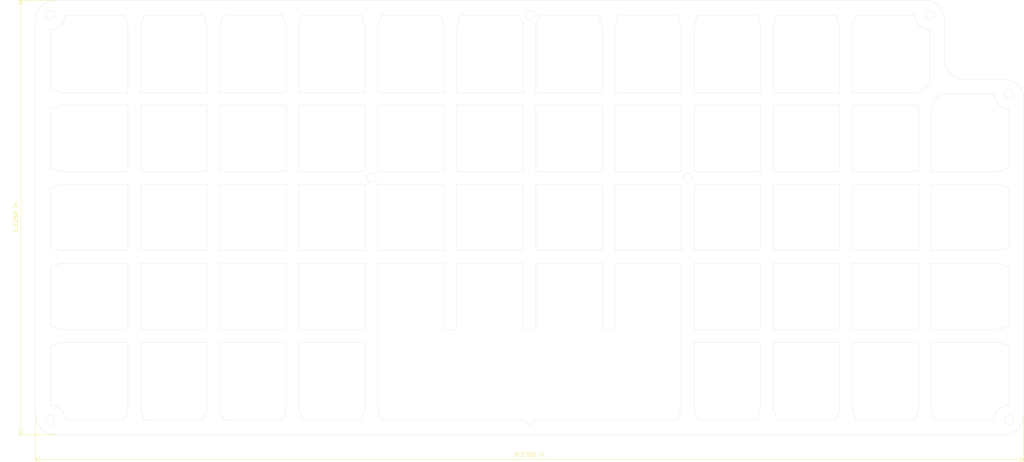
<source format=kicad_pcb>
(kicad_pcb (version 20171130) (host pcbnew "(5.1.5)-3")

  (general
    (thickness 1.6)
    (drawings 307)
    (tracks 0)
    (zones 0)
    (modules 0)
    (nets 1)
  )

  (page A4)
  (layers
    (0 F.Cu signal)
    (31 B.Cu signal)
    (32 B.Adhes user hide)
    (33 F.Adhes user hide)
    (34 B.Paste user hide)
    (35 F.Paste user hide)
    (36 B.SilkS user)
    (37 F.SilkS user)
    (38 B.Mask user)
    (39 F.Mask user)
    (40 Dwgs.User user hide)
    (41 Cmts.User user hide)
    (42 Eco1.User user hide)
    (43 Eco2.User user hide)
    (44 Edge.Cuts user)
    (45 Margin user hide)
    (46 B.CrtYd user hide)
    (47 F.CrtYd user hide)
    (48 B.Fab user hide)
    (49 F.Fab user hide)
  )

  (setup
    (last_trace_width 0.35)
    (trace_clearance 0.2)
    (zone_clearance 0.508)
    (zone_45_only no)
    (trace_min 0.2)
    (via_size 0.8)
    (via_drill 0.4)
    (via_min_size 0.4)
    (via_min_drill 0.3)
    (uvia_size 0.3)
    (uvia_drill 0.1)
    (uvias_allowed no)
    (uvia_min_size 0.2)
    (uvia_min_drill 0.1)
    (edge_width 0.05)
    (segment_width 0.2)
    (pcb_text_width 0.3)
    (pcb_text_size 1.5 1.5)
    (mod_edge_width 0.12)
    (mod_text_size 1 1)
    (mod_text_width 0.15)
    (pad_size 1.524 1.524)
    (pad_drill 0.762)
    (pad_to_mask_clearance 0.051)
    (solder_mask_min_width 0.25)
    (aux_axis_origin 0 0)
    (grid_origin 37.654355 130.048495)
    (visible_elements 7FFFF77F)
    (pcbplotparams
      (layerselection 0x01000_7ffffffe)
      (usegerberextensions true)
      (usegerberattributes false)
      (usegerberadvancedattributes false)
      (creategerberjobfile false)
      (excludeedgelayer true)
      (linewidth 0.100000)
      (plotframeref false)
      (viasonmask false)
      (mode 1)
      (useauxorigin false)
      (hpglpennumber 1)
      (hpglpenspeed 20)
      (hpglpendiameter 15.000000)
      (psnegative false)
      (psa4output false)
      (plotreference false)
      (plotvalue false)
      (plotinvisibletext false)
      (padsonsilk false)
      (subtractmaskfromsilk false)
      (outputformat 3)
      (mirror false)
      (drillshape 0)
      (scaleselection 1)
      (outputdirectory "dxf/"))
  )

  (net 0 "")

  (net_class Default "This is the default net class."
    (clearance 0.2)
    (trace_width 0.35)
    (via_dia 0.8)
    (via_drill 0.4)
    (uvia_dia 0.3)
    (uvia_drill 0.1)
    (diff_pair_width 0.35)
    (diff_pair_gap 0.25)
  )

  (dimension 238.125 (width 0.12) (layer F.SilkS)
    (gr_text "238.125 mm" (at 153.14498 140.843535) (layer F.SilkS)
      (effects (font (size 1 1) (thickness 0.15)))
    )
    (feature1 (pts (xy 272.20748 128.85787) (xy 272.20748 140.159956)))
    (feature2 (pts (xy 34.08248 128.85787) (xy 34.08248 140.159956)))
    (crossbar (pts (xy 34.08248 139.573535) (xy 272.20748 139.573535)))
    (arrow1a (pts (xy 272.20748 139.573535) (xy 271.080976 140.159956)))
    (arrow1b (pts (xy 272.20748 139.573535) (xy 271.080976 138.987114)))
    (arrow2a (pts (xy 34.08248 139.573535) (xy 35.208984 140.159956)))
    (arrow2b (pts (xy 34.08248 139.573535) (xy 35.208984 138.987114)))
  )
  (dimension 104.775 (width 0.12) (layer F.SilkS)
    (gr_text "104.775 mm" (at 29.240575 81.23287 270) (layer F.SilkS)
      (effects (font (size 1 1) (thickness 0.15)))
    )
    (feature1 (pts (xy 38.84498 133.62037) (xy 29.924154 133.62037)))
    (feature2 (pts (xy 38.84498 28.84537) (xy 29.924154 28.84537)))
    (crossbar (pts (xy 30.510575 28.84537) (xy 30.510575 133.62037)))
    (arrow1a (pts (xy 30.510575 133.62037) (xy 29.924154 132.493866)))
    (arrow1b (pts (xy 30.510575 133.62037) (xy 31.096996 132.493866)))
    (arrow2a (pts (xy 30.510575 28.84537) (xy 29.924154 29.971874)))
    (arrow2b (pts (xy 30.510575 28.84537) (xy 31.096996 29.971874)))
  )
  (gr_line (start 40.36998 51.13287) (end 56.36998 51.13287) (layer Edge.Cuts) (width 0.05) (tstamp 5FE13177))
  (gr_line (start 56.36998 54.18287) (end 40.36998 54.18287) (layer Edge.Cuts) (width 0.05) (tstamp 5FE13171))
  (gr_line (start 56.36998 92.28287) (end 40.36998 92.28287) (layer Edge.Cuts) (width 0.05) (tstamp 5FE13173))
  (gr_line (start 40.36998 89.23287) (end 56.36998 89.23287) (layer Edge.Cuts) (width 0.05) (tstamp 5FE13169))
  (gr_line (start 40.36998 108.28287) (end 56.36998 108.28287) (layer Edge.Cuts) (width 0.05) (tstamp 5FE13164))
  (gr_line (start 56.36998 111.33287) (end 40.36998 111.33287) (layer Edge.Cuts) (width 0.05) (tstamp 5FE13172))
  (gr_line (start 75.41998 54.18287) (end 59.41998 54.18287) (layer Edge.Cuts) (width 0.05) (tstamp 5FE13163))
  (gr_line (start 59.41998 51.13287) (end 75.41998 51.13287) (layer Edge.Cuts) (width 0.05) (tstamp 5FE13165))
  (gr_line (start 78.46998 51.13287) (end 94.46998 51.13287) (layer Edge.Cuts) (width 0.05) (tstamp 5FE1317A))
  (gr_line (start 94.46998 54.18287) (end 78.46998 54.18287) (layer Edge.Cuts) (width 0.05) (tstamp 5FE13185))
  (gr_line (start 113.51998 54.18287) (end 97.51998 54.18287) (layer Edge.Cuts) (width 0.05) (tstamp 5FE13189))
  (gr_line (start 97.51998 51.13287) (end 113.51998 51.13287) (layer Edge.Cuts) (width 0.05) (tstamp 5FE1317B))
  (gr_line (start 116.56998 51.13287) (end 132.56998 51.13287) (layer Edge.Cuts) (width 0.05) (tstamp 5FE130F9))
  (gr_line (start 132.56998 54.18287) (end 116.56998 54.18287) (layer Edge.Cuts) (width 0.05) (tstamp 5FE130FA))
  (gr_line (start 151.61998 54.18287) (end 135.61998 54.18287) (layer Edge.Cuts) (width 0.05) (tstamp 5FE13120))
  (gr_line (start 135.61998 51.13287) (end 151.61998 51.13287) (layer Edge.Cuts) (width 0.05) (tstamp 5FE13127))
  (gr_line (start 154.66998 51.13287) (end 170.66998 51.13287) (layer Edge.Cuts) (width 0.05) (tstamp 5FE13100))
  (gr_line (start 170.66998 54.18287) (end 154.66998 54.18287) (layer Edge.Cuts) (width 0.05) (tstamp 5FE1310F))
  (gr_line (start 173.71998 51.13287) (end 189.71998 51.13287) (layer Edge.Cuts) (width 0.05) (tstamp 5FE13121))
  (gr_line (start 189.71998 54.18287) (end 173.71998 54.18287) (layer Edge.Cuts) (width 0.05) (tstamp 5FE13113))
  (gr_line (start 189.71998 92.28287) (end 173.71998 92.28287) (layer Edge.Cuts) (width 0.05) (tstamp 5FE1311F))
  (gr_line (start 173.71998 89.23287) (end 189.71998 89.23287) (layer Edge.Cuts) (width 0.05) (tstamp 5FE1311E))
  (gr_line (start 154.66998 89.23287) (end 170.66998 89.23287) (layer Edge.Cuts) (width 0.05) (tstamp 5FE13109))
  (gr_line (start 170.66998 92.28287) (end 154.66998 92.28287) (layer Edge.Cuts) (width 0.05) (tstamp 5FE1310E))
  (gr_line (start 135.61998 89.23287) (end 151.61998 89.23287) (layer Edge.Cuts) (width 0.05) (tstamp 5FE130FC))
  (gr_line (start 151.61998 92.28287) (end 135.61998 92.28287) (layer Edge.Cuts) (width 0.05) (tstamp 5FE13107))
  (gr_line (start 132.56998 92.28287) (end 116.56998 92.28287) (layer Edge.Cuts) (width 0.05) (tstamp 5FE130FF))
  (gr_line (start 116.56998 89.23287) (end 132.56998 89.23287) (layer Edge.Cuts) (width 0.05) (tstamp 5FE13112))
  (gr_line (start 97.51998 89.23287) (end 113.51998 89.23287) (layer Edge.Cuts) (width 0.05) (tstamp 5FE1318B))
  (gr_line (start 113.51998 92.28287) (end 97.51998 92.28287) (layer Edge.Cuts) (width 0.05) (tstamp 5FE130D8))
  (gr_line (start 97.51998 108.28287) (end 113.51998 108.28287) (layer Edge.Cuts) (width 0.05) (tstamp 5FE130DB))
  (gr_line (start 113.51998 111.33287) (end 97.51998 111.33287) (layer Edge.Cuts) (width 0.05) (tstamp 5FE13197))
  (gr_line (start 78.46998 89.23287) (end 94.46998 89.23287) (layer Edge.Cuts) (width 0.05) (tstamp 5FE13168))
  (gr_line (start 94.46998 92.28287) (end 78.46998 92.28287) (layer Edge.Cuts) (width 0.05) (tstamp 5FE13183))
  (gr_line (start 94.46998 111.33287) (end 78.46998 111.33287) (layer Edge.Cuts) (width 0.05) (tstamp 5FE1318C))
  (gr_line (start 78.46998 108.28287) (end 94.46998 108.28287) (layer Edge.Cuts) (width 0.05) (tstamp 5FE13195))
  (gr_line (start 75.41998 92.28287) (end 59.41998 92.28287) (layer Edge.Cuts) (width 0.05) (tstamp 5FE13190))
  (gr_line (start 59.41998 89.23287) (end 75.41998 89.23287) (layer Edge.Cuts) (width 0.05) (tstamp 5FE13166))
  (gr_line (start 59.41998 108.28287) (end 75.41998 108.28287) (layer Edge.Cuts) (width 0.05) (tstamp 5FE1318F))
  (gr_line (start 75.41998 111.33287) (end 59.41998 111.33287) (layer Edge.Cuts) (width 0.05) (tstamp 5FE1316D))
  (gr_line (start 192.76998 89.23287) (end 208.76998 89.23287) (layer Edge.Cuts) (width 0.05) (tstamp 5FE1314E))
  (gr_line (start 208.76998 92.28287) (end 192.76998 92.28287) (layer Edge.Cuts) (width 0.05) (tstamp 5FE13135))
  (gr_line (start 192.76998 108.28287) (end 208.76998 108.28287) (layer Edge.Cuts) (width 0.05) (tstamp 5FE1313D))
  (gr_line (start 208.76998 111.33287) (end 192.76998 111.33287) (layer Edge.Cuts) (width 0.05) (tstamp 5FE130A9))
  (gr_line (start 246.86998 111.33287) (end 230.86998 111.33287) (layer Edge.Cuts) (width 0.05) (tstamp 5FE1308C))
  (gr_line (start 230.86998 89.23287) (end 246.86998 89.23287) (layer Edge.Cuts) (width 0.05) (tstamp 5FE1312D))
  (gr_line (start 246.86998 92.28287) (end 230.86998 92.28287) (layer Edge.Cuts) (width 0.05) (tstamp 5FE13142))
  (gr_line (start 230.86998 108.28287) (end 246.86998 108.28287) (layer Edge.Cuts) (width 0.05) (tstamp 5FE130F3))
  (gr_line (start 227.81998 111.33287) (end 211.81998 111.33287) (layer Edge.Cuts) (width 0.05) (tstamp 5FE13096))
  (gr_line (start 211.81998 89.23287) (end 227.81998 89.23287) (layer Edge.Cuts) (width 0.05) (tstamp 5FE13131))
  (gr_line (start 227.81998 92.28287) (end 211.81998 92.28287) (layer Edge.Cuts) (width 0.05) (tstamp 5FE130F1))
  (gr_line (start 211.81998 108.28287) (end 227.81998 108.28287) (layer Edge.Cuts) (width 0.05) (tstamp 5FE130F4))
  (gr_line (start 265.91998 111.33287) (end 249.91998 111.33287) (layer Edge.Cuts) (width 0.05) (tstamp 5FE1309B))
  (gr_line (start 249.91998 108.28287) (end 265.91998 108.28287) (layer Edge.Cuts) (width 0.05) (tstamp 5FE13137))
  (gr_line (start 265.91998 92.28287) (end 249.91998 92.28287) (layer Edge.Cuts) (width 0.05) (tstamp 5FE1313B))
  (gr_line (start 249.91998 89.23287) (end 265.91998 89.23287) (layer Edge.Cuts) (width 0.05) (tstamp 5FE130EF))
  (gr_line (start 246.86998 54.18287) (end 230.86998 54.18287) (layer Edge.Cuts) (width 0.05) (tstamp 5FE13146))
  (gr_line (start 230.86998 51.13287) (end 246.86998 51.13287) (layer Edge.Cuts) (width 0.05) (tstamp 5FE1313F))
  (gr_line (start 211.81998 51.13287) (end 227.81998 51.13287) (layer Edge.Cuts) (width 0.05) (tstamp 5FE13155))
  (gr_line (start 227.81998 54.18287) (end 211.81998 54.18287) (layer Edge.Cuts) (width 0.05) (tstamp 5FE1312C))
  (gr_line (start 208.76998 54.18287) (end 192.76998 54.18287) (layer Edge.Cuts) (width 0.05) (tstamp 5FE13152))
  (gr_line (start 192.76998 51.13287) (end 208.76998 51.13287) (layer Edge.Cuts) (width 0.05) (tstamp 5FE13156))
  (gr_line (start 211.81998 35.13287) (end 211.81998 51.13287) (layer Edge.Cuts) (width 0.05) (tstamp 5FE13150))
  (gr_line (start 211.81998 54.18287) (end 211.81998 70.18287) (layer Edge.Cuts) (width 0.05) (tstamp 5FE13144))
  (gr_line (start 211.81998 35.13287) (end 212.67623 32.417245) (layer Edge.Cuts) (width 0.05) (tstamp 5FE130B2))
  (gr_line (start 40.36998 70.18287) (end 56.36998 70.18287) (layer Edge.Cuts) (width 0.05) (tstamp 5FE1315E))
  (gr_line (start 56.36998 73.23287) (end 40.36998 73.23287) (layer Edge.Cuts) (width 0.05) (tstamp 5FE13178))
  (gr_line (start 75.41998 73.23287) (end 59.41998 73.23287) (layer Edge.Cuts) (width 0.05) (tstamp 5FE13162))
  (gr_line (start 59.41998 70.18287) (end 75.41998 70.18287) (layer Edge.Cuts) (width 0.05) (tstamp 5FE13174))
  (gr_line (start 94.46998 73.23287) (end 78.46998 73.23287) (layer Edge.Cuts) (width 0.05) (tstamp 5FE1316A))
  (gr_line (start 78.46998 70.18287) (end 94.46998 70.18287) (layer Edge.Cuts) (width 0.05) (tstamp 5FE1316C))
  (gr_line (start 113.51998 73.23287) (end 97.51998 73.23287) (layer Edge.Cuts) (width 0.05) (tstamp 5FE130E5))
  (gr_line (start 97.51998 70.18287) (end 113.51998 70.18287) (layer Edge.Cuts) (width 0.05) (tstamp 5FE13181))
  (gr_line (start 208.76998 73.23287) (end 192.76998 73.23287) (layer Edge.Cuts) (width 0.05) (tstamp 5FE1314C))
  (gr_line (start 192.76998 70.18287) (end 208.76998 70.18287) (layer Edge.Cuts) (width 0.05) (tstamp 5FE1314F))
  (gr_line (start 211.81998 70.18287) (end 227.81998 70.18287) (layer Edge.Cuts) (width 0.05) (tstamp 5FE13145))
  (gr_line (start 227.81998 73.23287) (end 211.81998 73.23287) (layer Edge.Cuts) (width 0.05) (tstamp 5FE13139))
  (gr_line (start 246.86998 73.23287) (end 230.86998 73.23287) (layer Edge.Cuts) (width 0.05) (tstamp 5FE1312E))
  (gr_line (start 230.86998 70.18287) (end 246.86998 70.18287) (layer Edge.Cuts) (width 0.05) (tstamp 5FE1313A))
  (gr_line (start 265.91998 73.23287) (end 249.91998 73.23287) (layer Edge.Cuts) (width 0.05) (tstamp 5FE1315A))
  (gr_line (start 249.91998 70.18287) (end 265.91998 70.18287) (layer Edge.Cuts) (width 0.05) (tstamp 5FE13159))
  (gr_line (start 173.71998 70.18287) (end 189.71998 70.18287) (layer Edge.Cuts) (width 0.05) (tstamp 5FE130F5))
  (gr_line (start 189.71998 73.23287) (end 173.71998 73.23287) (layer Edge.Cuts) (width 0.05) (tstamp 5FE13128))
  (gr_line (start 170.66998 73.23287) (end 154.66998 73.23287) (layer Edge.Cuts) (width 0.05) (tstamp 5FE130F7))
  (gr_line (start 154.66998 70.18287) (end 170.66998 70.18287) (layer Edge.Cuts) (width 0.05) (tstamp 5FE1310A))
  (gr_line (start 151.61998 73.23287) (end 135.61998 73.23287) (layer Edge.Cuts) (width 0.05) (tstamp 5FE13118))
  (gr_line (start 135.61998 70.18287) (end 151.61998 70.18287) (layer Edge.Cuts) (width 0.05) (tstamp 5FE13108))
  (gr_line (start 116.56998 70.18287) (end 132.56998 70.18287) (layer Edge.Cuts) (width 0.05) (tstamp 5FE1312A))
  (gr_line (start 132.56998 73.23287) (end 116.56998 73.23287) (layer Edge.Cuts) (width 0.05) (tstamp 5FE1310B))
  (gr_line (start 40.36998 54.18287) (end 37.654355 55.03912) (layer Edge.Cuts) (width 0.05) (tstamp 5FE13092))
  (gr_line (start 40.36998 51.13287) (end 37.654355 50.27662) (layer Edge.Cuts) (width 0.05) (tstamp 5FE130B9))
  (gr_line (start 116.56998 111.33287) (end 116.56998 108.28287) (layer Edge.Cuts) (width 0.05) (tstamp 60029D09))
  (gr_line (start 132.56998 108.28287) (end 135.61998 108.28287) (layer Edge.Cuts) (width 0.05) (tstamp 60029D0B))
  (gr_line (start 151.61998 108.28287) (end 154.66998 108.28287) (layer Edge.Cuts) (width 0.05) (tstamp 60029D0C))
  (gr_line (start 170.66998 108.28287) (end 173.71998 108.28287) (layer Edge.Cuts) (width 0.05) (tstamp 60029D0D))
  (gr_line (start 189.71998 111.33287) (end 189.71998 108.28287) (layer Edge.Cuts) (width 0.05) (tstamp 60029D0A))
  (gr_line (start 56.36998 127.33287) (end 56.36998 111.33287) (layer Edge.Cuts) (width 0.05) (tstamp 5FE1317D))
  (gr_line (start 59.41998 111.33287) (end 59.41998 127.33287) (layer Edge.Cuts) (width 0.05) (tstamp 5FE1315C))
  (gr_line (start 97.51998 111.33287) (end 97.51998 127.33287) (layer Edge.Cuts) (width 0.05) (tstamp 5FE13192))
  (gr_line (start 94.46998 127.33287) (end 94.46998 111.33287) (layer Edge.Cuts) (width 0.05) (tstamp 5FE13191))
  (gr_line (start 97.51998 92.28287) (end 97.51998 108.28287) (layer Edge.Cuts) (width 0.05) (tstamp 5FE130DA))
  (gr_line (start 94.46998 108.28287) (end 94.46998 92.28287) (layer Edge.Cuts) (width 0.05) (tstamp 5FE13194))
  (gr_line (start 59.41998 92.28287) (end 59.41998 108.28287) (layer Edge.Cuts) (width 0.05) (tstamp 5FE1318D))
  (gr_line (start 56.36998 108.28287) (end 56.36998 92.28287) (layer Edge.Cuts) (width 0.05) (tstamp 5FE1315B))
  (gr_line (start 59.41998 54.18287) (end 59.41998 70.18287) (layer Edge.Cuts) (width 0.05) (tstamp 5FE13184))
  (gr_line (start 56.36998 70.18287) (end 56.36998 54.18287) (layer Edge.Cuts) (width 0.05) (tstamp 5FE13176))
  (gr_line (start 59.41998 73.23287) (end 59.41998 89.23287) (layer Edge.Cuts) (width 0.05) (tstamp 5FE1316E))
  (gr_line (start 56.36998 89.23287) (end 56.36998 73.23287) (layer Edge.Cuts) (width 0.05) (tstamp 5FE1315D))
  (gr_line (start 97.51998 73.23287) (end 97.51998 89.23287) (layer Edge.Cuts) (width 0.05) (tstamp 5FE13182))
  (gr_line (start 97.51998 54.18287) (end 97.51998 70.18287) (layer Edge.Cuts) (width 0.05) (tstamp 5FE1317C))
  (gr_line (start 94.46998 70.18287) (end 94.46998 54.18287) (layer Edge.Cuts) (width 0.05) (tstamp 5FE1316B))
  (gr_line (start 94.46998 89.23287) (end 94.46998 73.23287) (layer Edge.Cuts) (width 0.05) (tstamp 5FE13160))
  (gr_arc (start 153.14498 32.417245) (end 154.669979 34.252869) (angle -50.28088549) (layer Edge.Cuts) (width 0.05))
  (gr_arc (start 153.14498 32.417245) (end 150.75853 32.417245) (angle -50.28088549) (layer Edge.Cuts) (width 0.05))
  (gr_line (start 155.53143 32.417245) (end 169.81373 32.417245) (layer Edge.Cuts) (width 0.05) (tstamp 5FE16B67))
  (gr_line (start 136.47623 32.417245) (end 150.75853 32.417245) (layer Edge.Cuts) (width 0.05) (tstamp 5FE16B64))
  (gr_line (start 151.61998 51.13287) (end 151.61998 34.25287) (layer Edge.Cuts) (width 0.05) (tstamp 5FE16B05))
  (gr_line (start 78.46998 111.33287) (end 78.46998 127.33287) (layer Edge.Cuts) (width 0.05) (tstamp 5FE13199))
  (gr_line (start 38.84498 133.62037) (end 267.44498 133.62037) (layer Edge.Cuts) (width 0.05) (tstamp 5FE13198))
  (gr_line (start 113.51998 127.33287) (end 113.51998 111.33287) (layer Edge.Cuts) (width 0.05) (tstamp 5FE13196))
  (gr_line (start 78.46998 92.28287) (end 78.46998 108.28287) (layer Edge.Cuts) (width 0.05) (tstamp 5FE13193))
  (gr_line (start 75.41998 108.28287) (end 75.41998 92.28287) (layer Edge.Cuts) (width 0.05) (tstamp 5FE1318E))
  (gr_line (start 113.51998 89.23287) (end 113.51998 73.23287) (layer Edge.Cuts) (width 0.05) (tstamp 5FE1318A))
  (gr_line (start 113.51998 70.18287) (end 113.51998 54.18287) (layer Edge.Cuts) (width 0.05) (tstamp 5FE13188))
  (gr_line (start 75.41998 127.33287) (end 75.41998 111.33287) (layer Edge.Cuts) (width 0.05) (tstamp 5FE13187))
  (gr_line (start 97.51998 35.13287) (end 97.51998 51.13287) (layer Edge.Cuts) (width 0.05) (tstamp 5FE13186))
  (gr_line (start 75.41998 70.18287) (end 75.41998 54.18287) (layer Edge.Cuts) (width 0.05) (tstamp 5FE13180))
  (gr_line (start 113.51998 51.13287) (end 113.51998 35.13287) (layer Edge.Cuts) (width 0.05) (tstamp 5FE1317F))
  (gr_line (start 59.41998 35.13287) (end 59.41998 51.13287) (layer Edge.Cuts) (width 0.05) (tstamp 5FE1317E))
  (gr_line (start 94.46998 51.13287) (end 94.46998 35.13287) (layer Edge.Cuts) (width 0.05) (tstamp 5FE13179))
  (gr_line (start 75.41998 51.13287) (end 75.41998 35.13287) (layer Edge.Cuts) (width 0.05) (tstamp 5FE13175))
  (gr_line (start 78.46998 54.18287) (end 78.46998 70.18287) (layer Edge.Cuts) (width 0.05) (tstamp 5FE13170))
  (gr_line (start 78.46998 35.13287) (end 78.46998 51.13287) (layer Edge.Cuts) (width 0.05) (tstamp 5FE1316F))
  (gr_line (start 78.46998 73.23287) (end 78.46998 89.23287) (layer Edge.Cuts) (width 0.05) (tstamp 5FE13167))
  (gr_line (start 56.36998 51.13287) (end 56.36998 35.13287) (layer Edge.Cuts) (width 0.05) (tstamp 5FE13161))
  (gr_line (start 75.41998 89.23287) (end 75.41998 73.23287) (layer Edge.Cuts) (width 0.05) (tstamp 5FE1315F))
  (gr_line (start 227.81998 70.18287) (end 227.81998 54.18287) (layer Edge.Cuts) (width 0.05) (tstamp 5FE13158))
  (gr_line (start 208.76998 70.18287) (end 208.76998 54.18287) (layer Edge.Cuts) (width 0.05) (tstamp 5FE13157))
  (gr_line (start 246.86998 89.23287) (end 246.86998 73.23287) (layer Edge.Cuts) (width 0.05) (tstamp 5FE13154))
  (gr_line (start 154.66998 92.28287) (end 154.66998 108.28287) (layer Edge.Cuts) (width 0.05) (tstamp 5FE13153))
  (gr_line (start 208.76998 89.23287) (end 208.76998 73.23287) (layer Edge.Cuts) (width 0.05) (tstamp 5FE13151))
  (gr_line (start 211.81998 73.23287) (end 211.81998 89.23287) (layer Edge.Cuts) (width 0.05) (tstamp 5FE1314D))
  (gr_line (start 227.81998 51.13287) (end 227.81998 35.13287) (layer Edge.Cuts) (width 0.05) (tstamp 5FE1314B))
  (gr_line (start 230.86998 54.18287) (end 230.86998 70.18287) (layer Edge.Cuts) (width 0.05) (tstamp 5FE1314A))
  (gr_line (start 208.76998 51.13287) (end 208.76998 35.13287) (layer Edge.Cuts) (width 0.05) (tstamp 5FE13149))
  (gr_line (start 192.76998 54.18287) (end 192.76998 70.18287) (layer Edge.Cuts) (width 0.05) (tstamp 5FE13148))
  (gr_line (start 249.91998 54.18287) (end 249.91998 70.18287) (layer Edge.Cuts) (width 0.05) (tstamp 5FE13147))
  (gr_line (start 192.76998 92.28287) (end 192.76998 108.28287) (layer Edge.Cuts) (width 0.05) (tstamp 5FE13143))
  (gr_line (start 249.91998 73.23287) (end 249.91998 89.23287) (layer Edge.Cuts) (width 0.05) (tstamp 5FE13141))
  (gr_line (start 208.76998 108.28287) (end 208.76998 92.28287) (layer Edge.Cuts) (width 0.05) (tstamp 5FE13140))
  (gr_line (start 246.86998 70.18287) (end 246.86998 54.18287) (layer Edge.Cuts) (width 0.05) (tstamp 5FE1313E))
  (gr_line (start 230.86998 73.23287) (end 230.86998 89.23287) (layer Edge.Cuts) (width 0.05) (tstamp 5FE1313C))
  (gr_line (start 227.81998 89.23287) (end 227.81998 73.23287) (layer Edge.Cuts) (width 0.05) (tstamp 5FE13138))
  (gr_line (start 249.91998 92.28287) (end 249.91998 108.28287) (layer Edge.Cuts) (width 0.05) (tstamp 5FE13136))
  (gr_line (start 192.76998 73.23287) (end 192.76998 89.23287) (layer Edge.Cuts) (width 0.05) (tstamp 5FE13134))
  (gr_line (start 170.66998 108.28287) (end 170.66998 92.28287) (layer Edge.Cuts) (width 0.05) (tstamp 5FE13133))
  (gr_line (start 230.86998 35.13287) (end 230.86998 51.13287) (layer Edge.Cuts) (width 0.05) (tstamp 5FE13130))
  (gr_line (start 192.76998 35.13287) (end 192.76998 51.13287) (layer Edge.Cuts) (width 0.05) (tstamp 5FE1312F))
  (gr_line (start 116.56998 92.28287) (end 116.56998 108.28287) (layer Edge.Cuts) (width 0.05) (tstamp 5FE1312B))
  (gr_line (start 170.66998 51.13287) (end 170.66998 35.13287) (layer Edge.Cuts) (width 0.05) (tstamp 5FE13129))
  (gr_line (start 173.71998 92.28287) (end 173.71998 108.28287) (layer Edge.Cuts) (width 0.05) (tstamp 5FE13125))
  (gr_line (start 116.56998 73.23287) (end 116.56998 89.23287) (layer Edge.Cuts) (width 0.05) (tstamp 5FE13124))
  (gr_line (start 151.61998 89.23287) (end 151.61998 73.23287) (layer Edge.Cuts) (width 0.05) (tstamp 5FE13123))
  (gr_line (start 151.61998 70.18287) (end 151.61998 54.18287) (layer Edge.Cuts) (width 0.05) (tstamp 5FE13122))
  (gr_line (start 132.56998 51.13287) (end 132.56998 35.13287) (layer Edge.Cuts) (width 0.05) (tstamp 5FE1311D))
  (gr_line (start 189.71998 108.28287) (end 189.71998 92.28287) (layer Edge.Cuts) (width 0.05) (tstamp 5FE1311C))
  (gr_line (start 135.61998 35.13287) (end 135.61998 51.13287) (layer Edge.Cuts) (width 0.05) (tstamp 5FE1311B))
  (gr_line (start 132.56998 108.28287) (end 132.56998 92.28287) (layer Edge.Cuts) (width 0.05) (tstamp 5FE1311A))
  (gr_line (start 170.66998 70.18287) (end 170.66998 54.18287) (layer Edge.Cuts) (width 0.05) (tstamp 5FE13119))
  (gr_line (start 132.56998 89.23287) (end 132.56998 73.23287) (layer Edge.Cuts) (width 0.05) (tstamp 5FE13117))
  (gr_line (start 116.56998 54.18287) (end 116.56998 70.18287) (layer Edge.Cuts) (width 0.05) (tstamp 5FE13116))
  (gr_line (start 173.71998 54.18287) (end 173.71998 70.18287) (layer Edge.Cuts) (width 0.05) (tstamp 5FE13115))
  (gr_line (start 170.66998 89.23287) (end 170.66998 73.23287) (layer Edge.Cuts) (width 0.05) (tstamp 5FE13114))
  (gr_line (start 135.61998 73.23287) (end 135.61998 89.23287) (layer Edge.Cuts) (width 0.05) (tstamp 5FE13111))
  (gr_line (start 116.56998 35.13287) (end 116.56998 51.13287) (layer Edge.Cuts) (width 0.05) (tstamp 5FE13110))
  (gr_line (start 154.66998 73.23287) (end 154.66998 89.23287) (layer Edge.Cuts) (width 0.05) (tstamp 5FE1310D))
  (gr_line (start 173.71998 73.23287) (end 173.71998 89.23287) (layer Edge.Cuts) (width 0.05) (tstamp 5FE1310C))
  (gr_line (start 135.61998 92.28287) (end 135.61998 108.28287) (layer Edge.Cuts) (width 0.05) (tstamp 5FE13106))
  (gr_line (start 189.71998 89.23287) (end 189.71998 73.23287) (layer Edge.Cuts) (width 0.05) (tstamp 5FE13105))
  (gr_line (start 173.71998 35.13287) (end 173.71998 51.13287) (layer Edge.Cuts) (width 0.05) (tstamp 5FE13104))
  (gr_line (start 135.61998 54.18287) (end 135.61998 70.18287) (layer Edge.Cuts) (width 0.05) (tstamp 5FE13103))
  (gr_line (start 189.71998 51.13287) (end 189.71998 35.13287) (layer Edge.Cuts) (width 0.05) (tstamp 5FE13102))
  (gr_line (start 189.71998 70.18287) (end 189.71998 54.18287) (layer Edge.Cuts) (width 0.05) (tstamp 5FE13101))
  (gr_line (start 132.56998 70.18287) (end 132.56998 54.18287) (layer Edge.Cuts) (width 0.05) (tstamp 5FE130FB))
  (gr_line (start 154.66998 54.18287) (end 154.66998 70.18287) (layer Edge.Cuts) (width 0.05) (tstamp 5FE130F8))
  (gr_line (start 151.61998 108.28287) (end 151.61998 92.28287) (layer Edge.Cuts) (width 0.05) (tstamp 5FE130F6))
  (gr_line (start 246.86998 108.28287) (end 246.86998 92.28287) (layer Edge.Cuts) (width 0.05) (tstamp 5FE130F2))
  (gr_line (start 230.86998 92.28287) (end 230.86998 108.28287) (layer Edge.Cuts) (width 0.05) (tstamp 5FE130F0))
  (gr_line (start 227.81998 108.28287) (end 227.81998 92.28287) (layer Edge.Cuts) (width 0.05) (tstamp 5FE130EE))
  (gr_line (start 211.81998 92.28287) (end 211.81998 108.28287) (layer Edge.Cuts) (width 0.05) (tstamp 5FE130ED))
  (gr_line (start 152.04498 130.048495) (end 149.573105 130.048495) (layer Edge.Cuts) (width 0.05) (tstamp 5FE130EC))
  (gr_line (start 156.716855 130.048495) (end 154.24498 130.048495) (layer Edge.Cuts) (width 0.05) (tstamp 5FE130E9))
  (gr_arc (start 153.14498 130.048495) (end 152.04498 130.048495) (angle -180) (layer Edge.Cuts) (width 0.05) (tstamp 5FE130E6))
  (gr_line (start 113.51998 108.28287) (end 113.51998 92.28287) (layer Edge.Cuts) (width 0.05) (tstamp 5FE130E3))
  (gr_line (start 189.71998 127.33287) (end 189.71998 111.33287) (layer Edge.Cuts) (width 0.05) (tstamp 5FE130DC))
  (gr_line (start 116.56998 111.33287) (end 116.56998 127.33287) (layer Edge.Cuts) (width 0.05) (tstamp 5FE130D9))
  (gr_arc (start 257.91998 43.13287) (end 253.15748 43.13287) (angle -90) (layer Edge.Cuts) (width 0.05) (tstamp 5FE130D7))
  (gr_line (start 34.08248 128.85787) (end 34.08248 33.60787) (layer Edge.Cuts) (width 0.05) (tstamp 5FE130D6))
  (gr_arc (start 267.44498 52.65787) (end 272.20748 52.65787) (angle -90) (layer Edge.Cuts) (width 0.05) (tstamp 5FE130D5))
  (gr_line (start 38.84498 28.84537) (end 248.39498 28.84537) (layer Edge.Cuts) (width 0.05) (tstamp 5FE130D4))
  (gr_arc (start 267.44498 128.85787) (end 267.44498 133.62037) (angle -90) (layer Edge.Cuts) (width 0.05) (tstamp 5FE130D3))
  (gr_line (start 272.20748 52.65787) (end 272.20748 128.85787) (layer Edge.Cuts) (width 0.05) (tstamp 5FE130D2))
  (gr_line (start 253.15748 33.60787) (end 253.15748 43.13287) (layer Edge.Cuts) (width 0.05) (tstamp 5FE130D1))
  (gr_arc (start 38.84498 128.85787) (end 34.08248 128.85787) (angle -90) (layer Edge.Cuts) (width 0.05) (tstamp 5FE130D0))
  (gr_arc (start 248.39498 33.60787) (end 253.15748 33.60787) (angle -90) (layer Edge.Cuts) (width 0.05) (tstamp 5FE130CF))
  (gr_line (start 257.91998 47.89537) (end 267.44498 47.89537) (layer Edge.Cuts) (width 0.05) (tstamp 5FE130CE))
  (gr_arc (start 38.84498 33.60787) (end 38.84498 28.84537) (angle -90) (layer Edge.Cuts) (width 0.05) (tstamp 5FE130CD))
  (gr_line (start 246.86998 51.13287) (end 249.585605 49.085995) (layer Edge.Cuts) (width 0.05) (tstamp 5FE130CC))
  (gr_line (start 97.51998 35.13287) (end 98.37623 32.417245) (layer Edge.Cuts) (width 0.05) (tstamp 5FE130CB))
  (gr_line (start 208.76998 35.13287) (end 207.91373 32.417245) (layer Edge.Cuts) (width 0.05) (tstamp 5FE130CA))
  (gr_line (start 170.66998 35.13287) (end 169.81373 32.417245) (layer Edge.Cuts) (width 0.05) (tstamp 5FE130C9))
  (gr_line (start 113.51998 35.13287) (end 112.66373 32.417245) (layer Edge.Cuts) (width 0.05) (tstamp 5FE130C8))
  (gr_line (start 94.46998 35.13287) (end 93.61373 32.417245) (layer Edge.Cuts) (width 0.05) (tstamp 5FE130C7))
  (gr_line (start 227.81998 35.13287) (end 226.96373 32.417245) (layer Edge.Cuts) (width 0.05) (tstamp 5FE130C6))
  (gr_line (start 116.56998 35.13287) (end 117.42623 32.417245) (layer Edge.Cuts) (width 0.05) (tstamp 5FE130C5))
  (gr_line (start 55.51373 32.417245) (end 41.22623 32.417245) (layer Edge.Cuts) (width 0.05) (tstamp 5FE130C4))
  (gr_line (start 207.91373 32.417245) (end 193.62623 32.417245) (layer Edge.Cuts) (width 0.05) (tstamp 5FE130C3))
  (gr_line (start 37.654355 50.27662) (end 37.654355 35.98912) (layer Edge.Cuts) (width 0.05) (tstamp 5FE130C2))
  (gr_line (start 78.46998 35.13287) (end 79.32623 32.417245) (layer Edge.Cuts) (width 0.05) (tstamp 5FE130C1))
  (gr_line (start 75.41998 35.13287) (end 74.56373 32.417245) (layer Edge.Cuts) (width 0.05) (tstamp 5FE130C0))
  (gr_line (start 189.71998 35.13287) (end 188.86373 32.417245) (layer Edge.Cuts) (width 0.05) (tstamp 5FE130BF))
  (gr_line (start 59.41998 35.13287) (end 60.27623 32.417245) (layer Edge.Cuts) (width 0.05) (tstamp 5FE130BE))
  (gr_line (start 249.585605 35.98912) (end 249.585605 49.085995) (layer Edge.Cuts) (width 0.05) (tstamp 5FE130BD))
  (gr_line (start 173.71998 35.13287) (end 174.57623 32.417245) (layer Edge.Cuts) (width 0.05) (tstamp 5FE130BC))
  (gr_line (start 132.56998 35.13287) (end 131.71373 32.417245) (layer Edge.Cuts) (width 0.05) (tstamp 5FE130BB))
  (gr_line (start 93.61373 32.417245) (end 79.32623 32.417245) (layer Edge.Cuts) (width 0.05) (tstamp 5FE130BA))
  (gr_line (start 56.36998 35.13287) (end 55.51373 32.417245) (layer Edge.Cuts) (width 0.05) (tstamp 5FE130B8))
  (gr_line (start 74.56373 32.417245) (end 60.27623 32.417245) (layer Edge.Cuts) (width 0.05) (tstamp 5FE130B7))
  (gr_line (start 249.91998 54.18287) (end 251.966855 51.467245) (layer Edge.Cuts) (width 0.05) (tstamp 5FE130B6))
  (gr_line (start 230.86998 35.13287) (end 231.72623 32.417245) (layer Edge.Cuts) (width 0.05) (tstamp 5FE130B5))
  (gr_line (start 226.96373 32.417245) (end 212.67623 32.417245) (layer Edge.Cuts) (width 0.05) (tstamp 5FE130B4))
  (gr_line (start 246.01373 32.417245) (end 231.72623 32.417245) (layer Edge.Cuts) (width 0.05) (tstamp 5FE130B3))
  (gr_line (start 192.76998 35.13287) (end 193.62623 32.417245) (layer Edge.Cuts) (width 0.05) (tstamp 5FE130B1))
  (gr_line (start 131.71373 32.417245) (end 117.42623 32.417245) (layer Edge.Cuts) (width 0.05) (tstamp 5FE130B0))
  (gr_line (start 112.66373 32.417245) (end 98.37623 32.417245) (layer Edge.Cuts) (width 0.05) (tstamp 5FE130AF))
  (gr_line (start 188.86373 32.417245) (end 174.57623 32.417245) (layer Edge.Cuts) (width 0.05) (tstamp 5FE130AE))
  (gr_line (start 135.61998 35.13287) (end 136.47623 32.417245) (layer Edge.Cuts) (width 0.05) (tstamp 5FE130AD))
  (gr_line (start 265.06373 51.467245) (end 251.966855 51.467245) (layer Edge.Cuts) (width 0.05) (tstamp 5FE130AC))
  (gr_arc (start 37.654355 130.048495) (end 41.22623 130.048495) (angle -90) (layer Edge.Cuts) (width 0.05) (tstamp 5FE130AB))
  (gr_line (start 37.654355 126.47662) (end 37.654355 112.18912) (layer Edge.Cuts) (width 0.05) (tstamp 5FE130AA))
  (gr_circle (center 37.654355 32.417245) (end 38.754355 32.417245) (layer Edge.Cuts) (width 0.05) (tstamp 5FE130A8))
  (gr_line (start 40.36998 92.28287) (end 37.654355 93.13912) (layer Edge.Cuts) (width 0.05) (tstamp 5FE130A7))
  (gr_line (start 112.66373 130.048495) (end 113.51998 127.33287) (layer Edge.Cuts) (width 0.05) (tstamp 5FE130A6))
  (gr_circle (center 249.585605 32.417245) (end 250.685605 32.417245) (layer Edge.Cuts) (width 0.05) (tstamp 5FE130A5))
  (gr_line (start 94.46998 127.33287) (end 93.61373 130.048495) (layer Edge.Cuts) (width 0.05) (tstamp 5FE130A4))
  (gr_line (start 98.37623 130.048495) (end 112.66373 130.048495) (layer Edge.Cuts) (width 0.05) (tstamp 5FE130A3))
  (gr_line (start 55.51373 130.048495) (end 41.22623 130.048495) (layer Edge.Cuts) (width 0.05) (tstamp 5FE130A2))
  (gr_line (start 37.654355 107.42662) (end 37.654355 93.13912) (layer Edge.Cuts) (width 0.05) (tstamp 5FE130A1))
  (gr_line (start 75.41998 127.33287) (end 74.56373 130.048495) (layer Edge.Cuts) (width 0.05) (tstamp 5FE130A0))
  (gr_line (start 59.41998 127.33287) (end 60.27623 130.048495) (layer Edge.Cuts) (width 0.05) (tstamp 5FE1309F))
  (gr_circle (center 191.24498 71.70787) (end 192.34498 71.70787) (layer Edge.Cuts) (width 0.05) (tstamp 5FE1309E))
  (gr_circle (center 268.635605 51.467245) (end 269.735605 51.467245) (layer Edge.Cuts) (width 0.05) (tstamp 5FE1309D))
  (gr_line (start 227.81998 127.33287) (end 227.81998 111.33287) (layer Edge.Cuts) (width 0.05) (tstamp 5FE1309C))
  (gr_line (start 211.81998 111.33287) (end 211.81998 127.33287) (layer Edge.Cuts) (width 0.05) (tstamp 5FE1309A))
  (gr_line (start 93.61373 130.048495) (end 79.32623 130.048495) (layer Edge.Cuts) (width 0.05) (tstamp 5FE13099))
  (gr_line (start 249.91998 111.33287) (end 249.91998 127.33287) (layer Edge.Cuts) (width 0.05) (tstamp 5FE13098))
  (gr_line (start 246.86998 127.33287) (end 246.86998 111.33287) (layer Edge.Cuts) (width 0.05) (tstamp 5FE13097))
  (gr_line (start 230.86998 111.33287) (end 230.86998 127.33287) (layer Edge.Cuts) (width 0.05) (tstamp 5FE13095))
  (gr_line (start 37.654355 69.32662) (end 37.654355 55.03912) (layer Edge.Cuts) (width 0.05) (tstamp 5FE13094))
  (gr_line (start 40.36998 70.18287) (end 37.654355 69.32662) (layer Edge.Cuts) (width 0.05) (tstamp 5FE13093))
  (gr_line (start 192.76998 111.33287) (end 192.76998 127.33287) (layer Edge.Cuts) (width 0.05) (tstamp 5FE13091))
  (gr_line (start 40.36998 89.23287) (end 37.654355 88.37662) (layer Edge.Cuts) (width 0.05) (tstamp 5FE13090))
  (gr_line (start 40.36998 108.28287) (end 37.654355 107.42662) (layer Edge.Cuts) (width 0.05) (tstamp 5FE1308F))
  (gr_line (start 78.46998 127.33287) (end 79.32623 130.048495) (layer Edge.Cuts) (width 0.05) (tstamp 5FE1308E))
  (gr_circle (center 268.635605 130.048495) (end 269.735605 130.048495) (layer Edge.Cuts) (width 0.05) (tstamp 5FE1308D))
  (gr_line (start 40.36998 111.33287) (end 37.654355 112.18912) (layer Edge.Cuts) (width 0.05) (tstamp 5FE1308B))
  (gr_line (start 56.36998 127.33287) (end 55.51373 130.048495) (layer Edge.Cuts) (width 0.05) (tstamp 5FE1308A))
  (gr_line (start 97.51998 127.33287) (end 98.37623 130.048495) (layer Edge.Cuts) (width 0.05) (tstamp 5FE13089))
  (gr_circle (center 37.654355 130.048495) (end 38.754355 130.048495) (layer Edge.Cuts) (width 0.05) (tstamp 5FE13088))
  (gr_line (start 60.27623 130.048495) (end 74.56373 130.048495) (layer Edge.Cuts) (width 0.05) (tstamp 5FE13087))
  (gr_circle (center 115.04498 71.70787) (end 116.14498 71.70787) (layer Edge.Cuts) (width 0.05) (tstamp 5FE13086))
  (gr_circle (center 153.14498 32.417245) (end 154.24498 32.417245) (layer Edge.Cuts) (width 0.05) (tstamp 5FE13085))
  (gr_line (start 208.76998 127.33287) (end 208.76998 111.33287) (layer Edge.Cuts) (width 0.05) (tstamp 5FE13084))
  (gr_line (start 37.654355 88.37662) (end 37.654355 74.08912) (layer Edge.Cuts) (width 0.05) (tstamp 5FE13083))
  (gr_line (start 40.36998 73.23287) (end 37.654355 74.08912) (layer Edge.Cuts) (width 0.05) (tstamp 5FE13082))
  (gr_line (start 154.66998 51.13287) (end 154.66998 34.25287) (layer Edge.Cuts) (width 0.05) (tstamp 5FE13081))
  (gr_line (start 207.91373 130.048495) (end 208.76998 127.33287) (layer Edge.Cuts) (width 0.05) (tstamp 5FE1307F))
  (gr_line (start 265.91998 111.33287) (end 268.635605 112.18912) (layer Edge.Cuts) (width 0.05) (tstamp 5FE1307E))
  (gr_line (start 265.91998 70.18287) (end 268.635605 69.32662) (layer Edge.Cuts) (width 0.05) (tstamp 5FE1307D))
  (gr_line (start 231.72623 130.048495) (end 246.01373 130.048495) (layer Edge.Cuts) (width 0.05) (tstamp 5FE1307C))
  (gr_line (start 117.42623 130.048495) (end 149.573105 130.048495) (layer Edge.Cuts) (width 0.05) (tstamp 5FE1307B))
  (gr_line (start 265.91998 73.23287) (end 268.635605 74.08912) (layer Edge.Cuts) (width 0.05) (tstamp 5FE1307A))
  (gr_arc (start 268.635605 51.467245) (end 265.06373 51.467245) (angle -90) (layer Edge.Cuts) (width 0.05) (tstamp 5FE13079))
  (gr_line (start 212.67623 130.048495) (end 226.96373 130.048495) (layer Edge.Cuts) (width 0.05) (tstamp 5FE13078))
  (gr_line (start 268.635605 88.37662) (end 265.91998 89.23287) (layer Edge.Cuts) (width 0.05) (tstamp 5FE13077))
  (gr_line (start 268.635605 112.18912) (end 268.635605 126.47662) (layer Edge.Cuts) (width 0.05) (tstamp 5FE13076))
  (gr_line (start 189.71998 127.33287) (end 188.86373 130.048495) (layer Edge.Cuts) (width 0.05) (tstamp 5FE13075))
  (gr_line (start 249.91998 127.33287) (end 250.77623 130.048495) (layer Edge.Cuts) (width 0.05) (tstamp 5FE13074))
  (gr_line (start 250.77623 130.048495) (end 265.06373 130.048495) (layer Edge.Cuts) (width 0.05) (tstamp 5FE13072))
  (gr_line (start 268.635605 107.42662) (end 265.91998 108.28287) (layer Edge.Cuts) (width 0.05) (tstamp 5FE13071))
  (gr_line (start 117.42623 130.048495) (end 116.56998 127.33287) (layer Edge.Cuts) (width 0.05) (tstamp 5FE13070))
  (gr_line (start 246.01373 130.048495) (end 246.86998 127.33287) (layer Edge.Cuts) (width 0.05) (tstamp 5FE1306F))
  (gr_line (start 230.86998 127.33287) (end 231.72623 130.048495) (layer Edge.Cuts) (width 0.05) (tstamp 5FE1306E))
  (gr_line (start 226.96373 130.048495) (end 227.81998 127.33287) (layer Edge.Cuts) (width 0.05) (tstamp 5FE1306D))
  (gr_line (start 268.635605 93.13912) (end 268.635605 107.42662) (layer Edge.Cuts) (width 0.05) (tstamp 5FE1306C))
  (gr_line (start 268.635605 69.32662) (end 268.635605 55.03912) (layer Edge.Cuts) (width 0.05) (tstamp 5FE1306B))
  (gr_arc (start 249.585605 32.417245) (end 246.01373 32.417245) (angle -90) (layer Edge.Cuts) (width 0.05) (tstamp 5FE1306A))
  (gr_line (start 265.91998 92.28287) (end 268.635605 93.13912) (layer Edge.Cuts) (width 0.05) (tstamp 5FE13069))
  (gr_line (start 211.81998 127.33287) (end 212.67623 130.048495) (layer Edge.Cuts) (width 0.05) (tstamp 5FE13068))
  (gr_arc (start 37.654355 32.417245) (end 37.654355 35.98912) (angle -90) (layer Edge.Cuts) (width 0.05) (tstamp 5FE13067))
  (gr_arc (start 268.635605 130.048495) (end 268.635605 126.47662) (angle -90) (layer Edge.Cuts) (width 0.05) (tstamp 5FE13066))
  (gr_line (start 192.76998 127.33287) (end 193.62623 130.048495) (layer Edge.Cuts) (width 0.05) (tstamp 5FE13065))
  (gr_line (start 268.635605 74.08912) (end 268.635605 88.37662) (layer Edge.Cuts) (width 0.05) (tstamp 5FE13064))
  (gr_line (start 193.62623 130.048495) (end 207.91373 130.048495) (layer Edge.Cuts) (width 0.05) (tstamp 5FE13062))
  (gr_line (start 188.86373 130.048495) (end 156.716855 130.048495) (layer Edge.Cuts) (width 0.05) (tstamp 5FE13061))

)

</source>
